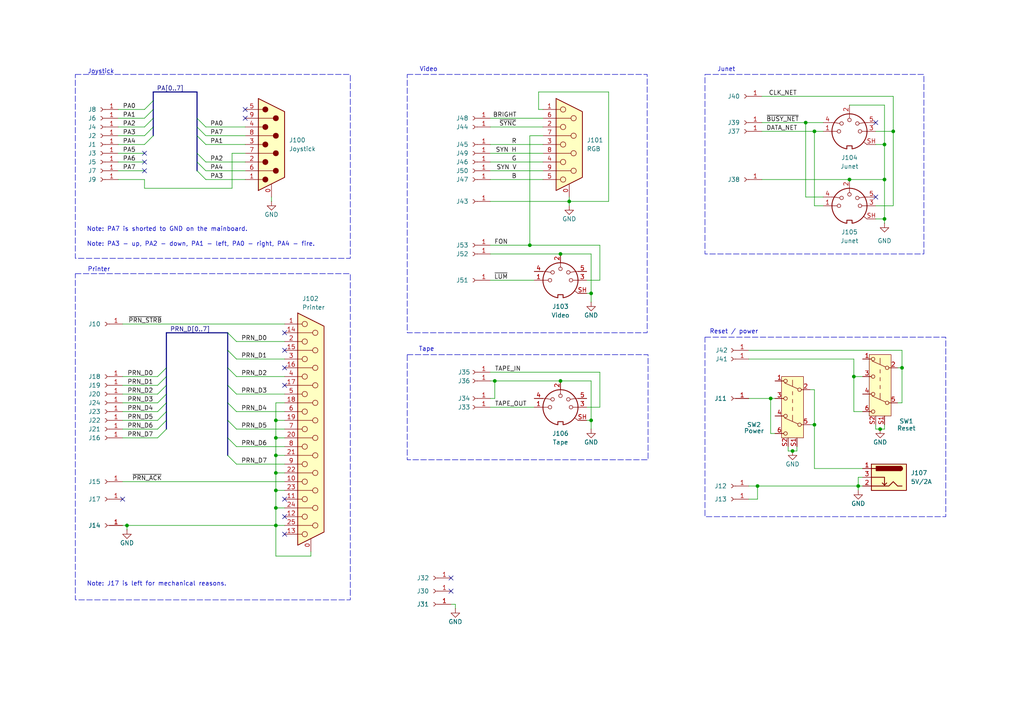
<source format=kicad_sch>
(kicad_sch (version 20250114) (generator "eeschema") (generator_version "9.0")
  (paper "A4")
  (lib_symbols
    (symbol "Connector:Barrel_Jack_Switch" (pin_names (hide yes))
      (property "Reference" "J" (at 0 5.334 0))
      (property "Value" "Barrel_Jack_Switch" (at 0 -5.08 0))
      (symbol "Barrel_Jack_Switch_0_1"
        (rectangle (start -5.08 3.81) (end 5.08 -3.81) (stroke (width 0.254)) (fill (type background)))
        (polyline (pts (xy -3.81 -2.54) (xy -2.54 -2.54) (xy -1.27 -1.27) (xy 0 -2.54) (xy 2.54 -2.54) (xy 5.08 -2.54)) (stroke (width 0.254)))
        (arc (start -3.302 1.905) (mid -3.9343 2.54) (end -3.302 3.175) (stroke (width 0.254)))
        (arc (start -3.302 1.905) (mid -3.9343 2.54) (end -3.302 3.175) (stroke (width 0.254)) (fill (type outline)))
        (polyline (pts (xy 1.27 -2.286) (xy 1.905 -1.651)) (stroke (width 0.254)))
        (rectangle (start 3.683 3.175) (end -3.302 1.905) (stroke (width 0.254)) (fill (type outline)))
        (polyline (pts (xy 5.08 2.54) (xy 3.81 2.54)) (stroke (width 0.254)))
        (polyline (pts (xy 5.08 0) (xy 1.27 0) (xy 1.27 -2.286) (xy 0.635 -1.651)) (stroke (width 0.254)))
      )
      (symbol "Barrel_Jack_Switch_1_1"
        (pin passive line (at 7.62 2.54 180) (length 2.54) (name "~") (number "1"))
        (pin passive line (at 7.62 0 180) (length 2.54) (name "~") (number "3"))
        (pin passive line (at 7.62 -2.54 180) (length 2.54) (name "~") (number "2"))
      )
    )
    (symbol "Connector:Conn_01x01_Socket" (pin_names (offset 1.016) (hide yes))
      (property "Reference" "J" (at 0 2.54 0))
      (property "Value" "Conn_01x01_Socket" (at 0 -2.54 0))
      (symbol "Conn_01x01_Socket_1_1"
        (polyline (pts (xy -1.27 0) (xy -0.508 0)) (stroke (width 0.1524)))
        (arc (start 0 -0.508) (mid -0.5058 0) (end 0 0.508) (stroke (width 0.1524)))
        (pin passive line (at -5.08 0 0) (length 3.81) (name "Pin_1") (number "1"))
      )
    )
    (symbol "Connector:DB25_Receptacle_MountingHoles" (pin_names (offset 1.016) (hide yes))
      (property "Reference" "J" (at 0 36.83 0))
      (property "Value" "DB25_Receptacle_MountingHoles" (at 0 34.925 0))
      (symbol "DB25_Receptacle_MountingHoles_0_1"
        (polyline (pts (xy -3.81 33.655) (xy 3.81 29.845) (xy 3.81 -29.845) (xy -3.81 -33.655) (xy -3.81 33.655)) (stroke (width 0.254)) (fill (type background)))
        (polyline (pts (xy -3.81 30.48) (xy -2.54 30.48)))
        (polyline (pts (xy -3.81 27.94) (xy 0.508 27.94)))
        (polyline (pts (xy -3.81 25.4) (xy -2.54 25.4)))
        (polyline (pts (xy -3.81 22.86) (xy 0.508 22.86)))
        (polyline (pts (xy -3.81 20.32) (xy -2.54 20.32)))
        (polyline (pts (xy -3.81 17.78) (xy 0.508 17.78)))
        (polyline (pts (xy -3.81 15.24) (xy -2.54 15.24)))
        (polyline (pts (xy -3.81 12.7) (xy 0.508 12.7)))
        (polyline (pts (xy -3.81 10.16) (xy -2.54 10.16)))
        (polyline (pts (xy -3.81 7.62) (xy 0.508 7.62)))
        (polyline (pts (xy -3.81 5.08) (xy -2.54 5.08)))
        (polyline (pts (xy -3.81 2.54) (xy 0.508 2.54)))
        (polyline (pts (xy -3.81 0) (xy -2.54 0)))
        (polyline (pts (xy -3.81 -2.54) (xy 0.508 -2.54)))
        (polyline (pts (xy -3.81 -5.08) (xy -2.54 -5.08)))
        (polyline (pts (xy -3.81 -7.62) (xy 0.508 -7.62)))
        (polyline (pts (xy -3.81 -10.16) (xy -2.54 -10.16)))
        (polyline (pts (xy -3.81 -12.7) (xy 0.508 -12.7)))
        (polyline (pts (xy -3.81 -15.24) (xy -2.54 -15.24)))
        (polyline (pts (xy -3.81 -17.78) (xy 0.508 -17.78)))
        (polyline (pts (xy -3.81 -20.32) (xy -2.54 -20.32)))
        (polyline (pts (xy -3.81 -22.86) (xy 0.508 -22.86)))
        (polyline (pts (xy -3.81 -25.4) (xy -2.54 -25.4)))
        (polyline (pts (xy -3.81 -27.94) (xy 0.508 -27.94)))
        (polyline (pts (xy -3.81 -30.48) (xy -2.54 -30.48)))
        (circle (center -1.778 30.48) (radius 0.762))
        (circle (center -1.778 25.4) (radius 0.762))
        (circle (center -1.778 20.32) (radius 0.762))
        (circle (center -1.778 15.24) (radius 0.762))
        (circle (center -1.778 10.16) (radius 0.762))
        (circle (center -1.778 5.08) (radius 0.762))
        (circle (center -1.778 0) (radius 0.762))
        (circle (center -1.778 -5.08) (radius 0.762))
        (circle (center -1.778 -10.16) (radius 0.762))
        (circle (center -1.778 -15.24) (radius 0.762))
        (circle (center -1.778 -20.32) (radius 0.762))
        (circle (center -1.778 -25.4) (radius 0.762))
        (circle (center -1.778 -30.48) (radius 0.762))
        (circle (center 1.27 27.94) (radius 0.762))
        (circle (center 1.27 22.86) (radius 0.762))
        (circle (center 1.27 17.78) (radius 0.762))
        (circle (center 1.27 12.7) (radius 0.762))
        (circle (center 1.27 7.62) (radius 0.762))
        (circle (center 1.27 2.54) (radius 0.762))
        (circle (center 1.27 -2.54) (radius 0.762))
        (circle (center 1.27 -7.62) (radius 0.762))
        (circle (center 1.27 -12.7) (radius 0.762))
        (circle (center 1.27 -17.78) (radius 0.762))
        (circle (center 1.27 -22.86) (radius 0.762))
        (circle (center 1.27 -27.94) (radius 0.762))
      )
      (symbol "DB25_Receptacle_MountingHoles_1_1"
        (pin passive line (at -7.62 30.48 0) (length 3.81) (name "1") (number "1"))
        (pin passive line (at -7.62 27.94 0) (length 3.81) (name "P14") (number "14"))
        (pin passive line (at -7.62 25.4 0) (length 3.81) (name "2") (number "2"))
        (pin passive line (at -7.62 22.86 0) (length 3.81) (name "P15") (number "15"))
        (pin passive line (at -7.62 20.32 0) (length 3.81) (name "3") (number "3"))
        (pin passive line (at -7.62 17.78 0) (length 3.81) (name "P16") (number "16"))
        (pin passive line (at -7.62 15.24 0) (length 3.81) (name "4") (number "4"))
        (pin passive line (at -7.62 12.7 0) (length 3.81) (name "P17") (number "17"))
        (pin passive line (at -7.62 10.16 0) (length 3.81) (name "5") (number "5"))
        (pin passive line (at -7.62 7.62 0) (length 3.81) (name "P18") (number "18"))
        (pin passive line (at -7.62 5.08 0) (length 3.81) (name "6") (number "6"))
        (pin passive line (at -7.62 2.54 0) (length 3.81) (name "P19") (number "19"))
        (pin passive line (at -7.62 0 0) (length 3.81) (name "7") (number "7"))
        (pin passive line (at -7.62 -2.54 0) (length 3.81) (name "P20") (number "20"))
        (pin passive line (at -7.62 -5.08 0) (length 3.81) (name "8") (number "8"))
        (pin passive line (at -7.62 -7.62 0) (length 3.81) (name "P21") (number "21"))
        (pin passive line (at -7.62 -10.16 0) (length 3.81) (name "9") (number "9"))
        (pin passive line (at -7.62 -12.7 0) (length 3.81) (name "P22") (number "22"))
        (pin passive line (at -7.62 -15.24 0) (length 3.81) (name "10") (number "10"))
        (pin passive line (at -7.62 -17.78 0) (length 3.81) (name "P23") (number "23"))
        (pin passive line (at -7.62 -20.32 0) (length 3.81) (name "11") (number "11"))
        (pin passive line (at -7.62 -22.86 0) (length 3.81) (name "P24") (number "24"))
        (pin passive line (at -7.62 -25.4 0) (length 3.81) (name "12") (number "12"))
        (pin passive line (at -7.62 -27.94 0) (length 3.81) (name "P25") (number "25"))
        (pin passive line (at -7.62 -30.48 0) (length 3.81) (name "13") (number "13"))
        (pin passive line (at 0 -35.56 90) (length 3.81) (name "PAD") (number "0"))
      )
    )
    (symbol "Connector:DE9_Plug_MountingHoles" (pin_names (offset 1.016) (hide yes))
      (property "Reference" "J" (at 0 16.51 0))
      (property "Value" "DE9_Plug_MountingHoles" (at 0 14.605 0))
      (symbol "DE9_Plug_MountingHoles_0_1"
        (polyline (pts (xy -3.81 10.16) (xy -2.54 10.16)))
        (polyline (pts (xy -3.81 7.62) (xy 0.508 7.62)))
        (polyline (pts (xy -3.81 5.08) (xy -2.54 5.08)))
        (polyline (pts (xy -3.81 2.54) (xy 0.508 2.54)))
        (polyline (pts (xy -3.81 0) (xy -2.54 0)))
        (polyline (pts (xy -3.81 -2.54) (xy 0.508 -2.54)))
        (polyline (pts (xy -3.81 -5.08) (xy -2.54 -5.08)))
        (polyline (pts (xy -3.81 -7.62) (xy 0.508 -7.62)))
        (polyline (pts (xy -3.81 -10.16) (xy -2.54 -10.16)))
        (polyline (pts (xy -3.81 -13.335) (xy -3.81 13.335) (xy 3.81 9.525) (xy 3.81 -9.525) (xy -3.81 -13.335)) (stroke (width 0.254)) (fill (type background)))
        (circle (center -1.778 10.16) (radius 0.762) (fill (type outline)))
        (circle (center -1.778 5.08) (radius 0.762) (fill (type outline)))
        (circle (center -1.778 0) (radius 0.762) (fill (type outline)))
        (circle (center -1.778 -5.08) (radius 0.762) (fill (type outline)))
        (circle (center -1.778 -10.16) (radius 0.762) (fill (type outline)))
        (circle (center 1.27 7.62) (radius 0.762) (fill (type outline)))
        (circle (center 1.27 2.54) (radius 0.762) (fill (type outline)))
        (circle (center 1.27 -2.54) (radius 0.762) (fill (type outline)))
        (circle (center 1.27 -7.62) (radius 0.762) (fill (type outline)))
      )
      (symbol "DE9_Plug_MountingHoles_1_1"
        (pin passive line (at -7.62 10.16 0) (length 3.81) (name "5") (number "5"))
        (pin passive line (at -7.62 7.62 0) (length 3.81) (name "9") (number "9"))
        (pin passive line (at -7.62 5.08 0) (length 3.81) (name "4") (number "4"))
        (pin passive line (at -7.62 2.54 0) (length 3.81) (name "8") (number "8"))
        (pin passive line (at -7.62 0 0) (length 3.81) (name "3") (number "3"))
        (pin passive line (at -7.62 -2.54 0) (length 3.81) (name "7") (number "7"))
        (pin passive line (at -7.62 -5.08 0) (length 3.81) (name "2") (number "2"))
        (pin passive line (at -7.62 -7.62 0) (length 3.81) (name "6") (number "6"))
        (pin passive line (at -7.62 -10.16 0) (length 3.81) (name "1") (number "1"))
        (pin passive line (at 0 -15.24 90) (length 3.81) (name "PAD") (number "0"))
      )
    )
    (symbol "Connector:DE9_Receptacle_MountingHoles" (pin_names (offset 1.016) (hide yes))
      (property "Reference" "J" (at 0 16.51 0))
      (property "Value" "DE9_Receptacle_MountingHoles" (at 0 14.605 0))
      (symbol "DE9_Receptacle_MountingHoles_0_1"
        (polyline (pts (xy -3.81 13.335) (xy -3.81 -13.335) (xy 3.81 -9.525) (xy 3.81 9.525) (xy -3.81 13.335)) (stroke (width 0.254)) (fill (type background)))
        (polyline (pts (xy -3.81 10.16) (xy -2.54 10.16)))
        (polyline (pts (xy -3.81 7.62) (xy 0.508 7.62)))
        (polyline (pts (xy -3.81 5.08) (xy -2.54 5.08)))
        (polyline (pts (xy -3.81 2.54) (xy 0.508 2.54)))
        (polyline (pts (xy -3.81 0) (xy -2.54 0)))
        (polyline (pts (xy -3.81 -2.54) (xy 0.508 -2.54)))
        (polyline (pts (xy -3.81 -5.08) (xy -2.54 -5.08)))
        (polyline (pts (xy -3.81 -7.62) (xy 0.508 -7.62)))
        (polyline (pts (xy -3.81 -10.16) (xy -2.54 -10.16)))
        (circle (center -1.778 10.16) (radius 0.762))
        (circle (center -1.778 5.08) (radius 0.762))
        (circle (center -1.778 0) (radius 0.762))
        (circle (center -1.778 -5.08) (radius 0.762))
        (circle (center -1.778 -10.16) (radius 0.762))
        (circle (center 1.27 7.62) (radius 0.762))
        (circle (center 1.27 2.54) (radius 0.762))
        (circle (center 1.27 -2.54) (radius 0.762))
        (circle (center 1.27 -7.62) (radius 0.762))
      )
      (symbol "DE9_Receptacle_MountingHoles_1_1"
        (pin passive line (at -7.62 10.16 0) (length 3.81) (name "1") (number "1"))
        (pin passive line (at -7.62 7.62 0) (length 3.81) (name "6") (number "6"))
        (pin passive line (at -7.62 5.08 0) (length 3.81) (name "2") (number "2"))
        (pin passive line (at -7.62 2.54 0) (length 3.81) (name "7") (number "7"))
        (pin passive line (at -7.62 0 0) (length 3.81) (name "3") (number "3"))
        (pin passive line (at -7.62 -2.54 0) (length 3.81) (name "8") (number "8"))
        (pin passive line (at -7.62 -5.08 0) (length 3.81) (name "4") (number "4"))
        (pin passive line (at -7.62 -7.62 0) (length 3.81) (name "9") (number "9"))
        (pin passive line (at -7.62 -10.16 0) (length 3.81) (name "5") (number "5"))
        (pin passive line (at 0 -15.24 90) (length 3.81) (name "PAD") (number "0"))
      )
    )
    (symbol "ports_pcb:DIN-5" (pin_names (offset 1.016))
      (property "Reference" "J" (at 3.175 5.715 0))
      (property "Value" "DIN-5" (at 0 -6.35 0))
      (symbol "DIN-5_0_1"
        (polyline (pts (xy -5.08 2.54) (xy -4.318 2.54) (xy -2.794 2.286)))
        (polyline (pts (xy -5.08 0) (xy -3.556 0)))
        (circle (center -3.048 0) (radius 0.508))
        (circle (center -2.286 2.286) (radius 0.508))
        (polyline (pts (xy -0.762 -4.953) (xy -0.762 -4.191) (xy 0.762 -4.191) (xy 0.762 -4.953)) (stroke (width 0.254)))
        (arc (start 5.08 0) (mid 3.8673 -3.3444) (end 0.762 -5.08) (stroke (width 0.254)))
        (polyline (pts (xy 0 5.08) (xy 0 3.81)))
        (circle (center 0 3.302) (radius 0.508))
        (arc (start -5.08 0) (mid 0 5.0579) (end 5.08 0) (stroke (width 0.254)))
        (arc (start -0.762 -5.08) (mid -3.8597 -3.3379) (end -5.08 0) (stroke (width 0.254)))
        (circle (center 2.286 2.286) (radius 0.508))
        (circle (center 3.048 0) (radius 0.508))
        (polyline (pts (xy 5.08 2.54) (xy 4.318 2.54) (xy 2.794 2.286)))
        (polyline (pts (xy 5.08 0) (xy 3.556 0)))
        (polyline (pts (xy 5.08 -3.81) (xy 4.064 -3.048)))
      )
      (symbol "DIN-5_1_1"
        (pin passive line (at -7.62 2.54 0) (length 2.54) (name "~") (number "4"))
        (pin passive line (at -7.62 0 0) (length 2.54) (name "~") (number "1"))
        (pin passive line (at 0 7.62 270) (length 2.54) (name "~") (number "2"))
        (pin passive line (at 7.62 2.54 180) (length 2.54) (name "~") (number "5"))
        (pin passive line (at 7.62 0 180) (length 2.54) (name "~") (number "3"))
        (pin passive line (at 7.62 -3.81 180) (length 2.54) (name "~") (number "SH"))
      )
    )
    (symbol "ports_pcb:SW_Push_DPDT" (pin_names (offset 0) (hide yes))
      (property "Reference" "SW" (at 0 10.16 0))
      (property "Value" "SW_Push_DPDT" (at 11.43 -10.414 0))
      (symbol "SW_Push_DPDT_0_0"
        (circle (center -2.032 5.08) (radius 0.508))
        (circle (center -2.032 -5.08) (radius 0.508))
        (circle (center 2.032 2.54) (radius 0.508))
        (circle (center 2.032 -7.62) (radius 0.508))
      )
      (symbol "SW_Push_DPDT_0_1"
        (polyline (pts (xy -1.524 5.334) (xy 2.3368 7.0612)))
        (polyline (pts (xy -1.524 -4.826) (xy 2.3368 -3.0988)))
        (polyline (pts (xy 0 7.874) (xy 0 6.096)))
        (polyline (pts (xy 0 3.556) (xy 0 4.572)))
        (polyline (pts (xy 0 1.27) (xy 0 2.286)))
        (polyline (pts (xy 0 -1.016) (xy 0 0)))
        (polyline (pts (xy 0 -2.286) (xy 0 -4.064)))
        (circle (center 2.032 7.62) (radius 0.508))
        (circle (center 2.032 -2.54) (radius 0.508))
      )
      (symbol "SW_Push_DPDT_1_1"
        (rectangle (start -3.175 8.89) (end 3.175 -8.89) (fill (type background)))
        (pin passive line (at -5.08 5.08 0) (length 2.54) (name "B") (number "2"))
        (pin passive line (at -5.08 -5.08 0) (length 2.54) (name "B") (number "5"))
        (pin passive line (at -1.27 -11.43 90) (length 2.54) (name "S1") (number "S1"))
        (pin passive line (at 1.27 -11.43 90) (length 2.54) (name "S2") (number "S2"))
        (pin passive line (at 5.08 7.62 180) (length 2.54) (name "A") (number "1"))
        (pin passive line (at 5.08 2.54 180) (length 2.54) (name "C") (number "3"))
        (pin passive line (at 5.08 -2.54 180) (length 2.54) (name "A") (number "4"))
        (pin passive line (at 5.08 -7.62 180) (length 2.54) (name "C") (number "6"))
      )
    )
    (symbol "power:GND" (power) (pin_numbers (hide yes)) (pin_names (offset 0) (hide yes))
      (property "Value" "GND" (at 0 -3.81 0))
      (symbol "GND_0_1"
        (polyline (pts (xy 0 0) (xy 0 -1.27) (xy 1.27 -1.27) (xy 0 -2.54) (xy -1.27 -1.27) (xy 0 -1.27)))
      )
      (symbol "GND_1_1"
        (pin power_in line (at 0 0 270) (length 0) (name "~") (number "1"))
      )
    )
  )
  (rectangle (start 21.844 21.59) (end 101.6 74.93) (stroke (width 0) (type dash)))
  (rectangle (start 204.47 97.79) (end 274.32 149.86) (stroke (width 0) (type dash)))
  (rectangle (start 21.844 79.375) (end 101.6 173.99) (stroke (width 0) (type dash)))
  (rectangle (start 118.11 102.87) (end 187.96 133.35) (stroke (width 0) (type dash)))
  (rectangle (start 204.47 21.59) (end 267.97 73.66) (stroke (width 0) (type dash)))
  (rectangle (start 118.11 21.59) (end 187.706 96.52) (stroke (width 0) (type dash)))
  (text "Printer" (at 25.4 78.232 0) (effects (font (size 1.27 1.27)) (justify left)))
  (text "Note: PA3 - up, PA2 - down, PA1 - left, PA0 - right, PA4 - fire." (at 25.146 70.866 0) (effects (font (size 1.27 1.27)) (justify left)))
  (text "Tape" (at 125.984 101.346 0) (effects (font (size 1.27 1.27)) (justify right)))
  (text "Junet" (at 208.026 20.193 0) (effects (font (size 1.27 1.27)) (justify left)))
  (text "Video" (at 121.666 20.193 0) (effects (font (size 1.27 1.27)) (justify left)))
  (text "Note: J17 is left for mechanical reasons." (at 25.146 169.418 0) (effects (font (size 1.27 1.27)) (justify left)))
  (text "Reset / power" (at 219.964 96.266 0) (effects (font (size 1.27 1.27)) (justify right)))
  (text "Note: PA7 is shorted to GND on the mainboard." (at 25.146 66.548 0) (effects (font (size 1.27 1.27)) (justify left)))
  (text "Joystick" (at 25.4 20.828 0) (effects (font (size 1.27 1.27)) (justify left)))
  (junction (at 165.1 58.42))
  (junction (at 233.68 35.56))
  (junction (at 36.83 152.4))
  (junction (at 236.22 38.1))
  (junction (at 248.92 140.97))
  (junction (at 261.62 106.68))
  (junction (at 171.45 85.09))
  (junction (at 153.67 71.12))
  (junction (at 143.51 110.49))
  (junction (at 80.01 147.32))
  (junction (at 247.65 109.22))
  (junction (at 256.54 41.91))
  (junction (at 236.22 123.19))
  (junction (at 255.27 124.46))
  (junction (at 80.01 132.08))
  (junction (at 229.87 130.81))
  (junction (at 80.01 137.16))
  (junction (at 259.08 38.1))
  (junction (at 162.56 73.66))
  (junction (at 256.54 63.5))
  (junction (at 80.01 127))
  (junction (at 223.52 115.57))
  (junction (at 256.54 52.07))
  (junction (at 171.45 121.92))
  (junction (at 246.38 52.07))
  (junction (at 80.01 121.92))
  (junction (at 219.71 140.97))
  (junction (at 80.01 152.4))
  (junction (at 80.01 142.24))
  (junction (at 162.56 110.49))
  (no_connect (at 130.81 167.64))
  (no_connect (at 41.91 46.99))
  (no_connect (at 41.91 44.45))
  (no_connect (at 41.91 49.53))
  (no_connect (at 71.12 34.29))
  (no_connect (at 82.55 144.78))
  (no_connect (at 82.55 154.94))
  (no_connect (at 71.12 31.75))
  (no_connect (at 82.55 111.76))
  (no_connect (at 35.56 144.78))
  (no_connect (at 82.55 106.68))
  (no_connect (at 254 35.56))
  (no_connect (at 130.81 171.45))
  (no_connect (at 82.55 96.52))
  (no_connect (at 82.55 149.86))
  (no_connect (at 254 57.15))
  (no_connect (at 82.55 101.6))
  (bus_entry (at 57.15 49.53) (size 2.54 2.54))
  (bus_entry (at 68.58 124.46) (size -2.54 -2.54))
  (bus_entry (at 57.15 39.37) (size 2.54 2.54))
  (bus_entry (at 57.15 34.29) (size 2.54 2.54))
  (bus_entry (at 68.58 109.22) (size -2.54 -2.54))
  (bus_entry (at 45.72 119.38) (size 2.54 -2.54))
  (bus_entry (at 45.72 111.76) (size 2.54 -2.54))
  (bus_entry (at 57.15 46.99) (size 2.54 2.54))
  (bus_entry (at 45.72 127) (size 2.54 -2.54))
  (bus_entry (at 44.45 29.21) (size -2.54 2.54))
  (bus_entry (at 44.45 34.29) (size -2.54 2.54))
  (bus_entry (at 68.58 119.38) (size -2.54 -2.54))
  (bus_entry (at 45.72 109.22) (size 2.54 -2.54))
  (bus_entry (at 45.72 116.84) (size 2.54 -2.54))
  (bus_entry (at 68.58 134.62) (size -2.54 -2.54))
  (bus_entry (at 45.72 114.3) (size 2.54 -2.54))
  (bus_entry (at 57.15 44.45) (size 2.54 2.54))
  (bus_entry (at 44.45 36.83) (size -2.54 2.54))
  (bus_entry (at 44.45 39.37) (size -2.54 2.54))
  (bus_entry (at 45.72 121.92) (size 2.54 -2.54))
  (bus_entry (at 68.58 129.54) (size -2.54 -2.54))
  (bus_entry (at 68.58 114.3) (size -2.54 -2.54))
  (bus_entry (at 66.04 96.52) (size 2.54 2.54))
  (bus_entry (at 66.04 101.6) (size 2.54 2.54))
  (bus_entry (at 44.45 31.75) (size -2.54 2.54))
  (bus_entry (at 45.72 124.46) (size 2.54 -2.54))
  (bus_entry (at 57.15 36.83) (size 2.54 2.54))
  (bus (pts (xy 66.04 127) (xy 66.04 132.08)))
  (wire (pts (xy 80.01 121.92) (xy 82.55 121.92)))
  (wire (pts (xy 217.17 104.14) (xy 247.65 104.14)))
  (wire (pts (xy 157.48 39.37) (xy 153.67 39.37)))
  (wire (pts (xy 171.45 85.09) (xy 171.45 87.63)))
  (wire (pts (xy 59.69 49.53) (xy 71.12 49.53)))
  (bus (pts (xy 48.26 96.52) (xy 66.04 96.52)))
  (wire (pts (xy 80.01 161.29) (xy 90.17 161.29)))
  (wire (pts (xy 68.58 119.38) (xy 82.55 119.38)))
  (wire (pts (xy 142.24 118.11) (xy 154.94 118.11)))
  (wire (pts (xy 261.62 106.68) (xy 261.62 101.6)))
  (wire (pts (xy 34.29 52.07) (xy 41.91 52.07)))
  (wire (pts (xy 220.98 27.94) (xy 259.08 27.94)))
  (wire (pts (xy 247.65 109.22) (xy 250.19 109.22)))
  (wire (pts (xy 41.91 31.75) (xy 34.29 31.75)))
  (wire (pts (xy 45.72 121.92) (xy 35.56 121.92)))
  (wire (pts (xy 236.22 113.03) (xy 236.22 123.19)))
  (bus (pts (xy 44.45 26.67) (xy 44.45 29.21)))
  (wire (pts (xy 67.31 44.45) (xy 71.12 44.45)))
  (bus (pts (xy 48.26 114.3) (xy 48.26 111.76)))
  (wire (pts (xy 254 63.5) (xy 256.54 63.5)))
  (wire (pts (xy 45.72 116.84) (xy 35.56 116.84)))
  (wire (pts (xy 35.56 93.98) (xy 82.55 93.98)))
  (wire (pts (xy 233.68 35.56) (xy 233.68 57.15)))
  (wire (pts (xy 260.35 116.84) (xy 261.62 116.84)))
  (wire (pts (xy 45.72 127) (xy 35.56 127)))
  (wire (pts (xy 132.08 175.26) (xy 130.81 175.26)))
  (wire (pts (xy 41.91 36.83) (xy 34.29 36.83)))
  (wire (pts (xy 68.58 109.22) (xy 82.55 109.22)))
  (wire (pts (xy 223.52 115.57) (xy 224.79 115.57)))
  (wire (pts (xy 256.54 52.07) (xy 256.54 41.91)))
  (bus (pts (xy 66.04 121.92) (xy 66.04 127)))
  (bus (pts (xy 48.26 116.84) (xy 48.26 114.3)))
  (wire (pts (xy 132.08 176.53) (xy 132.08 175.26)))
  (wire (pts (xy 80.01 147.32) (xy 80.01 152.4)))
  (wire (pts (xy 217.17 140.97) (xy 219.71 140.97)))
  (wire (pts (xy 171.45 121.92) (xy 171.45 110.49)))
  (wire (pts (xy 41.91 39.37) (xy 34.29 39.37)))
  (wire (pts (xy 171.45 85.09) (xy 171.45 73.66)))
  (wire (pts (xy 35.56 152.4) (xy 36.83 152.4)))
  (wire (pts (xy 80.01 142.24) (xy 82.55 142.24)))
  (bus (pts (xy 66.04 106.68) (xy 66.04 111.76)))
  (wire (pts (xy 153.67 39.37) (xy 153.67 71.12)))
  (wire (pts (xy 142.24 110.49) (xy 143.51 110.49)))
  (wire (pts (xy 157.48 46.99) (xy 142.24 46.99)))
  (bus (pts (xy 48.26 119.38) (xy 48.26 116.84)))
  (wire (pts (xy 233.68 57.15) (xy 238.76 57.15)))
  (wire (pts (xy 217.17 115.57) (xy 223.52 115.57)))
  (bus (pts (xy 57.15 26.67) (xy 57.15 34.29)))
  (wire (pts (xy 142.24 81.28) (xy 154.94 81.28)))
  (wire (pts (xy 80.01 147.32) (xy 82.55 147.32)))
  (wire (pts (xy 248.92 138.43) (xy 248.92 140.97)))
  (wire (pts (xy 259.08 38.1) (xy 254 38.1)))
  (wire (pts (xy 261.62 116.84) (xy 261.62 106.68)))
  (wire (pts (xy 41.91 54.61) (xy 41.91 52.07)))
  (wire (pts (xy 256.54 123.19) (xy 256.54 124.46)))
  (bus (pts (xy 44.45 34.29) (xy 44.45 36.83)))
  (wire (pts (xy 231.14 129.54) (xy 231.14 130.81)))
  (wire (pts (xy 165.1 58.42) (xy 142.24 58.42)))
  (bus (pts (xy 57.15 46.99) (xy 57.15 49.53)))
  (wire (pts (xy 247.65 104.14) (xy 247.65 109.22)))
  (bus (pts (xy 48.26 111.76) (xy 48.26 109.22)))
  (wire (pts (xy 142.24 115.57) (xy 143.51 115.57)))
  (wire (pts (xy 236.22 38.1) (xy 238.76 38.1)))
  (wire (pts (xy 78.74 57.15) (xy 78.74 58.42)))
  (wire (pts (xy 82.55 116.84) (xy 80.01 116.84)))
  (wire (pts (xy 255.27 124.46) (xy 256.54 124.46)))
  (wire (pts (xy 171.45 121.92) (xy 170.18 121.92)))
  (wire (pts (xy 59.69 52.07) (xy 71.12 52.07)))
  (wire (pts (xy 236.22 38.1) (xy 220.98 38.1)))
  (wire (pts (xy 80.01 132.08) (xy 80.01 137.16)))
  (wire (pts (xy 59.69 46.99) (xy 71.12 46.99)))
  (wire (pts (xy 68.58 129.54) (xy 82.55 129.54)))
  (wire (pts (xy 254 123.19) (xy 254 124.46)))
  (wire (pts (xy 142.24 71.12) (xy 153.67 71.12)))
  (wire (pts (xy 247.65 119.38) (xy 247.65 109.22)))
  (wire (pts (xy 220.98 35.56) (xy 233.68 35.56)))
  (bus (pts (xy 48.26 121.92) (xy 48.26 119.38)))
  (wire (pts (xy 238.76 59.69) (xy 236.22 59.69)))
  (wire (pts (xy 157.48 44.45) (xy 142.24 44.45)))
  (wire (pts (xy 45.72 114.3) (xy 35.56 114.3)))
  (wire (pts (xy 234.95 123.19) (xy 236.22 123.19)))
  (wire (pts (xy 59.69 39.37) (xy 71.12 39.37)))
  (wire (pts (xy 80.01 142.24) (xy 80.01 147.32)))
  (wire (pts (xy 254 124.46) (xy 255.27 124.46)))
  (wire (pts (xy 228.6 129.54) (xy 228.6 130.81)))
  (wire (pts (xy 259.08 59.69) (xy 259.08 38.1)))
  (wire (pts (xy 217.17 144.78) (xy 219.71 144.78)))
  (wire (pts (xy 256.54 41.91) (xy 254 41.91)))
  (wire (pts (xy 68.58 104.14) (xy 82.55 104.14)))
  (bus (pts (xy 44.45 36.83) (xy 44.45 39.37)))
  (bus (pts (xy 57.15 36.83) (xy 57.15 39.37)))
  (bus (pts (xy 57.15 39.37) (xy 57.15 44.45)))
  (bus (pts (xy 57.15 34.29) (xy 57.15 36.83)))
  (wire (pts (xy 170.18 81.28) (xy 173.99 81.28)))
  (wire (pts (xy 157.48 49.53) (xy 142.24 49.53)))
  (bus (pts (xy 66.04 111.76) (xy 66.04 116.84)))
  (wire (pts (xy 236.22 59.69) (xy 236.22 38.1)))
  (wire (pts (xy 67.31 54.61) (xy 67.31 44.45)))
  (wire (pts (xy 261.62 106.68) (xy 260.35 106.68)))
  (wire (pts (xy 153.67 71.12) (xy 173.99 71.12)))
  (wire (pts (xy 45.72 111.76) (xy 35.56 111.76)))
  (wire (pts (xy 236.22 123.19) (xy 236.22 135.89)))
  (wire (pts (xy 41.91 34.29) (xy 34.29 34.29)))
  (wire (pts (xy 157.48 36.83) (xy 142.24 36.83)))
  (wire (pts (xy 250.19 138.43) (xy 248.92 138.43)))
  (wire (pts (xy 80.01 127) (xy 82.55 127)))
  (wire (pts (xy 256.54 63.5) (xy 256.54 52.07)))
  (wire (pts (xy 217.17 101.6) (xy 261.62 101.6)))
  (wire (pts (xy 157.48 52.07) (xy 142.24 52.07)))
  (wire (pts (xy 233.68 35.56) (xy 238.76 35.56)))
  (wire (pts (xy 171.45 85.09) (xy 170.18 85.09)))
  (bus (pts (xy 66.04 101.6) (xy 66.04 106.68)))
  (wire (pts (xy 68.58 124.46) (xy 82.55 124.46)))
  (wire (pts (xy 143.51 110.49) (xy 143.51 115.57)))
  (wire (pts (xy 142.24 107.95) (xy 173.99 107.95)))
  (bus (pts (xy 48.26 106.68) (xy 48.26 96.52)))
  (wire (pts (xy 246.38 52.07) (xy 256.54 52.07)))
  (wire (pts (xy 59.69 41.91) (xy 71.12 41.91)))
  (wire (pts (xy 173.99 118.11) (xy 173.99 107.95)))
  (wire (pts (xy 250.19 119.38) (xy 247.65 119.38)))
  (bus (pts (xy 66.04 96.52) (xy 66.04 101.6)))
  (wire (pts (xy 173.99 81.28) (xy 173.99 71.12)))
  (wire (pts (xy 41.91 49.53) (xy 34.29 49.53)))
  (wire (pts (xy 41.91 54.61) (xy 67.31 54.61)))
  (wire (pts (xy 219.71 144.78) (xy 219.71 140.97)))
  (wire (pts (xy 156.21 26.67) (xy 156.21 31.75)))
  (wire (pts (xy 156.21 26.67) (xy 176.53 26.67)))
  (wire (pts (xy 80.01 116.84) (xy 80.01 121.92)))
  (wire (pts (xy 142.24 73.66) (xy 162.56 73.66)))
  (wire (pts (xy 157.48 34.29) (xy 142.24 34.29)))
  (wire (pts (xy 157.48 41.91) (xy 142.24 41.91)))
  (wire (pts (xy 254 59.69) (xy 259.08 59.69)))
  (wire (pts (xy 80.01 132.08) (xy 82.55 132.08)))
  (wire (pts (xy 45.72 124.46) (xy 35.56 124.46)))
  (wire (pts (xy 171.45 121.92) (xy 171.45 124.46)))
  (wire (pts (xy 228.6 130.81) (xy 229.87 130.81)))
  (wire (pts (xy 259.08 38.1) (xy 259.08 27.94)))
  (wire (pts (xy 59.69 36.83) (xy 71.12 36.83)))
  (wire (pts (xy 80.01 152.4) (xy 80.01 161.29)))
  (wire (pts (xy 229.87 130.81) (xy 231.14 130.81)))
  (wire (pts (xy 90.17 161.29) (xy 90.17 160.02)))
  (wire (pts (xy 165.1 59.69) (xy 165.1 58.42)))
  (wire (pts (xy 36.83 152.4) (xy 36.83 153.67)))
  (wire (pts (xy 220.98 52.07) (xy 246.38 52.07)))
  (bus (pts (xy 44.45 31.75) (xy 44.45 34.29)))
  (wire (pts (xy 80.01 121.92) (xy 80.01 127)))
  (wire (pts (xy 143.51 110.49) (xy 162.56 110.49)))
  (wire (pts (xy 219.71 140.97) (xy 248.92 140.97)))
  (wire (pts (xy 45.72 119.38) (xy 35.56 119.38)))
  (bus (pts (xy 48.26 124.46) (xy 48.26 121.92)))
  (wire (pts (xy 80.01 152.4) (xy 82.55 152.4)))
  (wire (pts (xy 223.52 125.73) (xy 223.52 115.57)))
  (wire (pts (xy 248.92 140.97) (xy 248.92 142.24)))
  (wire (pts (xy 236.22 135.89) (xy 250.19 135.89)))
  (wire (pts (xy 80.01 127) (xy 80.01 132.08)))
  (wire (pts (xy 35.56 139.7) (xy 82.55 139.7)))
  (wire (pts (xy 41.91 44.45) (xy 34.29 44.45)))
  (wire (pts (xy 256.54 41.91) (xy 256.54 30.48)))
  (wire (pts (xy 224.79 125.73) (xy 223.52 125.73)))
  (wire (pts (xy 165.1 57.15) (xy 165.1 58.42)))
  (wire (pts (xy 45.72 109.22) (xy 35.56 109.22)))
  (bus (pts (xy 44.45 26.67) (xy 57.15 26.67)))
  (wire (pts (xy 165.1 58.42) (xy 176.53 58.42)))
  (wire (pts (xy 171.45 110.49) (xy 162.56 110.49)))
  (wire (pts (xy 68.58 99.06) (xy 82.55 99.06)))
  (wire (pts (xy 256.54 30.48) (xy 246.38 30.48)))
  (wire (pts (xy 68.58 134.62) (xy 82.55 134.62)))
  (wire (pts (xy 156.21 31.75) (xy 157.48 31.75)))
  (bus (pts (xy 48.26 109.22) (xy 48.26 106.68)))
  (bus (pts (xy 44.45 29.21) (xy 44.45 31.75)))
  (wire (pts (xy 171.45 73.66) (xy 162.56 73.66)))
  (wire (pts (xy 68.58 114.3) (xy 82.55 114.3)))
  (wire (pts (xy 234.95 113.03) (xy 236.22 113.03)))
  (wire (pts (xy 80.01 152.4) (xy 36.83 152.4)))
  (bus (pts (xy 57.15 44.45) (xy 57.15 46.99)))
  (wire (pts (xy 248.92 140.97) (xy 250.19 140.97)))
  (bus (pts (xy 66.04 116.84) (xy 66.04 121.92)))
  (wire (pts (xy 41.91 46.99) (xy 34.29 46.99)))
  (wire (pts (xy 256.54 63.5) (xy 256.54 64.77)))
  (wire (pts (xy 41.91 41.91) (xy 34.29 41.91)))
  (wire (pts (xy 80.01 137.16) (xy 82.55 137.16)))
  (wire (pts (xy 176.53 58.42) (xy 176.53 26.67)))
  (wire (pts (xy 170.18 118.11) (xy 173.99 118.11)))
  (wire (pts (xy 80.01 137.16) (xy 80.01 142.24)))
  (label "CLK_NET" (at 231.14 27.94 180))
  (label "PA7" (at 60.96 39.37 0))
  (label "PA1" (at 60.96 41.91 0))
  (label "PRN_D2" (at 44.45 114.3 180))
  (label "PRN_D2" (at 77.47 109.22 180))
  (label "PRN_D4" (at 44.45 119.38 180))
  (label "R" (at 149.86 41.91 180))
  (label "~{BUSY_NET}" (at 222.25 35.56 0))
  (label "PA5" (at 39.37 44.45 180))
  (label "~{PRN_STRB}" (at 46.99 93.98 180))
  (label "PRN_D6" (at 77.47 129.54 180))
  (label "PRN_D6" (at 44.45 124.46 180))
  (label "PA0" (at 39.37 31.75 180))
  (label "TAPE_OUT" (at 143.51 118.11 0))
  (label "~{SYNC}" (at 149.86 36.83 180))
  (label "PRN_D0" (at 44.45 109.22 180))
  (label "G" (at 149.86 46.99 180))
  (label "PA2" (at 60.96 46.99 0))
  (label "PRN_D3" (at 77.47 114.3 180))
  (label "PRN_D5" (at 77.47 124.46 180))
  (label "PA6" (at 39.37 46.99 180))
  (label "PRN_D7" (at 77.47 134.62 180))
  (label "SYN V" (at 149.86 49.53 180))
  (label "PA[0..7]" (at 53.34 26.67 180))
  (label "PA2" (at 39.37 36.83 180))
  (label "PA3" (at 39.37 39.37 180))
  (label "PA4" (at 39.37 41.91 180))
  (label "TAPE_IN" (at 143.51 107.95 0))
  (label "SYN H" (at 149.86 44.45 180))
  (label "PRN_D1" (at 77.47 104.14 180))
  (label "PRN_D[0..7]" (at 60.96 96.52 180))
  (label "PA7" (at 39.37 49.53 180))
  (label "B" (at 149.86 52.07 180))
  (label "PRN_D7" (at 44.45 127 180))
  (label "~{LUM}" (at 147.32 81.28 180))
  (label "FON" (at 147.32 71.12 180))
  (label "PRN_D4" (at 77.47 119.38 180))
  (label "PRN_D0" (at 77.47 99.06 180))
  (label "PA4" (at 60.96 49.53 0))
  (label "PA3" (at 60.96 52.07 0))
  (label "~{PRN_ACK}" (at 46.99 139.7 180))
  (label "PA0" (at 60.96 36.83 0))
  (label "BRIGHT" (at 149.86 34.29 180))
  (label "PRN_D5" (at 44.45 121.92 180))
  (label "DATA_NET" (at 222.25 38.1 0))
  (label "PA1" (at 39.37 34.29 180))
  (label "PRN_D3" (at 44.45 116.84 180))
  (label "PRN_D1" (at 44.45 111.76 180))
  (symbol (lib_id "Connector:Conn_01x01_Socket") (at 30.48 93.98 0) (mirror y) (unit 1)
    (property "Reference" "J10" (at 29.21 93.9799 0) (effects (justify left)))
    (property "Value" "Conn_01x01_Socket" (effects (hide yes)))
    (property "Footprint" "Connector_PinHeader_2.54mm:PinHeader_1x01_P2.54mm_Vertical" (effects (hide yes)))
    (property "Description" "Generic connector, single row, 01x01, script generated" (effects (hide yes)))
  )
  (symbol (lib_id "Connector:Conn_01x01_Socket") (at 29.21 52.07 0) (mirror y) (unit 1)
    (property "Reference" "J9" (at 27.94 52.0699 0) (effects (justify left)))
    (property "Value" "Conn_01x01_Socket" (effects (hide yes)))
    (property "Footprint" "Connector_PinHeader_2.54mm:PinHeader_1x01_P2.54mm_Vertical" (effects (hide yes)))
    (property "Description" "Generic connector, single row, 01x01, script generated" (effects (hide yes)))
  )
  (symbol (lib_id "Connector:Barrel_Jack_Switch") (at 257.81 138.43 0) (mirror y) (unit 1)
    (property "Reference" "J107" (at 264.16 137.1599 0) (effects (justify right)))
    (property "Value" "5V/2A" (at 264.16 139.6999 0) (effects (justify right)))
    (property "Footprint" "Connector_BarrelJack:BarrelJack_GCT_DCJ200-10-A_Horizontal" (effects (hide yes)))
    (property "Description" "DC Barrel Jack with an internal switch" (effects (hide yes)))
  )
  (symbol (lib_id "power:GND") (at 171.45 124.46 0) (mirror y) (unit 1)
    (property "Reference" "#PWR04" (effects (hide yes)))
    (property "Value" "GND" (at 171.45 128.27 0))
    (property "Description" "Power symbol creates a global label with name \"GND\" , ground" (effects (hide yes)))
  )
  (symbol (lib_id "ports_pcb:DIN-5") (at 246.38 38.1 0) (unit 1)
    (property "Reference" "J104" (at 246.3801 45.72 0))
    (property "Value" "Junet" (at 246.3801 48.26 0))
    (property "Footprint" "ports_pcb:CUI_SDS-50J" (effects (hide yes)))
  )
  (symbol (lib_id "ports_pcb:SW_Push_DPDT") (at 229.87 118.11 0) (mirror y) (unit 1)
    (property "Reference" "SW2" (at 218.694 123.19 0))
    (property "Value" "Power" (at 218.694 124.968 0))
    (property "Footprint" "ports_pcb:PS-22F03" (effects (hide yes)))
    (property "Description" "Momentary Switch, dual pole double throw" (effects (hide yes)))
  )
  (symbol (lib_id "power:GND") (at 248.92 142.24 0) (mirror y) (unit 1)
    (property "Reference" "#PWR07" (effects (hide yes)))
    (property "Value" "GND" (at 248.92 146.05 0))
    (property "Description" "Power symbol creates a global label with name \"GND\" , ground" (effects (hide yes)))
  )
  (symbol (lib_id "Connector:Conn_01x01_Socket") (at 137.16 81.28 0) (mirror y) (unit 1)
    (property "Reference" "J51" (at 135.89 81.2799 0) (effects (justify left)))
    (property "Value" "Conn_01x01_Socket" (effects (hide yes)))
    (property "Footprint" "Connector_PinHeader_2.54mm:PinHeader_1x01_P2.54mm_Vertical" (effects (hide yes)))
    (property "Description" "Generic connector, single row, 01x01, script generated" (effects (hide yes)))
  )
  (symbol (lib_id "Connector:Conn_01x01_Socket") (at 137.16 118.11 0) (mirror y) (unit 1)
    (property "Reference" "J33" (at 136.398 118.11 0) (effects (justify left)))
    (property "Value" "Conn_01x01_Socket" (effects (hide yes)))
    (property "Footprint" "Connector_PinHeader_2.54mm:PinHeader_1x01_P2.54mm_Vertical" (effects (hide yes)))
    (property "Description" "Generic connector, single row, 01x01, script generated" (effects (hide yes)))
  )
  (symbol (lib_id "Connector:Conn_01x01_Socket") (at 30.48 116.84 0) (mirror y) (unit 1)
    (property "Reference" "J24" (at 29.21 116.8399 0) (effects (justify left)))
    (property "Value" "Conn_01x01_Socket" (effects (hide yes)))
    (property "Footprint" "Connector_PinHeader_2.54mm:PinHeader_1x01_P2.54mm_Vertical" (effects (hide yes)))
    (property "Description" "Generic connector, single row, 01x01, script generated" (effects (hide yes)))
  )
  (symbol (lib_id "Connector:Conn_01x01_Socket") (at 137.16 73.66 0) (mirror y) (unit 1)
    (property "Reference" "J52" (at 135.89 73.6599 0) (effects (justify left)))
    (property "Value" "Conn_01x01_Socket" (effects (hide yes)))
    (property "Footprint" "Connector_PinHeader_2.54mm:PinHeader_1x01_P2.54mm_Vertical" (effects (hide yes)))
    (property "Description" "Generic connector, single row, 01x01, script generated" (effects (hide yes)))
  )
  (symbol (lib_id "Connector:Conn_01x01_Socket") (at 29.21 39.37 0) (mirror y) (unit 1)
    (property "Reference" "J2" (at 27.94 39.3699 0) (effects (justify left)))
    (property "Value" "Conn_01x01_Socket" (effects (hide yes)))
    (property "Footprint" "Connector_PinHeader_2.54mm:PinHeader_1x01_P2.54mm_Vertical" (effects (hide yes)))
    (property "Description" "Generic connector, single row, 01x01, script generated" (effects (hide yes)))
  )
  (symbol (lib_id "Connector:Conn_01x01_Socket") (at 30.48 124.46 0) (mirror y) (unit 1)
    (property "Reference" "J21" (at 29.21 124.4599 0) (effects (justify left)))
    (property "Value" "Conn_01x01_Socket" (effects (hide yes)))
    (property "Footprint" "Connector_PinHeader_2.54mm:PinHeader_1x01_P2.54mm_Vertical" (effects (hide yes)))
    (property "Description" "Generic connector, single row, 01x01, script generated" (effects (hide yes)))
  )
  (symbol (lib_id "Connector:Conn_01x01_Socket") (at 137.16 44.45 0) (mirror y) (unit 1)
    (property "Reference" "J49" (at 135.89 44.4499 0) (effects (justify left)))
    (property "Value" "Conn_01x01_Socket" (effects (hide yes)))
    (property "Footprint" "Connector_PinHeader_2.54mm:PinHeader_1x01_P2.54mm_Vertical" (effects (hide yes)))
    (property "Description" "Generic connector, single row, 01x01, script generated" (effects (hide yes)))
  )
  (symbol (lib_id "Connector:DE9_Receptacle_MountingHoles") (at 165.1 41.91 0) (unit 1)
    (property "Reference" "J101" (at 170.18 40.6399 0) (effects (justify left)))
    (property "Value" "RGB" (at 170.18 43.1799 0) (effects (justify left)))
    (property "Footprint" "Connector_Dsub:DSUB-9_Female_Horizontal_P2.77x2.84mm_EdgePinOffset7.70mm_Housed_MountingHolesOffset9.12mm" (effects (hide yes)))
    (property "Description" "9-pin female receptacle socket D-SUB connector, Mounting Hole" (effects (hide yes)))
  )
  (symbol (lib_id "Connector:Conn_01x01_Socket") (at 29.21 46.99 0) (mirror y) (unit 1)
    (property "Reference" "J5" (at 27.94 46.9899 0) (effects (justify left)))
    (property "Value" "Conn_01x01_Socket" (effects (hide yes)))
    (property "Footprint" "Connector_PinHeader_2.54mm:PinHeader_1x01_P2.54mm_Vertical" (effects (hide yes)))
    (property "Description" "Generic connector, single row, 01x01, script generated" (effects (hide yes)))
  )
  (symbol (lib_id "ports_pcb:DIN-5") (at 246.38 59.69 0) (unit 1)
    (property "Reference" "J105" (at 246.3801 67.31 0))
    (property "Value" "Junet" (at 246.3801 69.85 0))
    (property "Footprint" "ports_pcb:CUI_SDS-50J" (effects (hide yes)))
  )
  (symbol (lib_id "power:GND") (at 256.54 64.77 0) (unit 1)
    (property "Reference" "#PWR01" (effects (hide yes)))
    (property "Value" "GND" (at 256.54 69.85 0))
    (property "Description" "Power symbol creates a global label with name \"GND\" , ground" (effects (hide yes)))
  )
  (symbol (lib_id "Connector:Conn_01x01_Socket") (at 30.48 119.38 0) (mirror y) (unit 1)
    (property "Reference" "J23" (at 29.21 119.3799 0) (effects (justify left)))
    (property "Value" "Conn_01x01_Socket" (effects (hide yes)))
    (property "Footprint" "Connector_PinHeader_2.54mm:PinHeader_1x01_P2.54mm_Vertical" (effects (hide yes)))
    (property "Description" "Generic connector, single row, 01x01, script generated" (effects (hide yes)))
  )
  (symbol (lib_id "Connector:Conn_01x01_Socket") (at 137.16 52.07 0) (mirror y) (unit 1)
    (property "Reference" "J47" (at 135.89 52.0699 0) (effects (justify left)))
    (property "Value" "Conn_01x01_Socket" (effects (hide yes)))
    (property "Footprint" "Connector_PinHeader_2.54mm:PinHeader_1x01_P2.54mm_Vertical" (effects (hide yes)))
    (property "Description" "Generic connector, single row, 01x01, script generated" (effects (hide yes)))
  )
  (symbol (lib_id "Connector:Conn_01x01_Socket") (at 137.16 46.99 0) (mirror y) (unit 1)
    (property "Reference" "J46" (at 135.89 46.9899 0) (effects (justify left)))
    (property "Value" "Conn_01x01_Socket" (effects (hide yes)))
    (property "Footprint" "Connector_PinHeader_2.54mm:PinHeader_1x01_P2.54mm_Vertical" (effects (hide yes)))
    (property "Description" "Generic connector, single row, 01x01, script generated" (effects (hide yes)))
  )
  (symbol (lib_id "Connector:Conn_01x01_Socket") (at 215.9 35.56 0) (mirror y) (unit 1)
    (property "Reference" "J39" (at 214.63 35.5599 0) (effects (justify left)))
    (property "Footprint" "Connector_PinHeader_2.54mm:PinHeader_1x01_P2.54mm_Vertical" (effects (hide yes)))
    (property "Description" "Generic connector, single row, 01x01, script generated" (effects (hide yes)))
  )
  (symbol (lib_id "power:GND") (at 165.1 59.69 0) (mirror y) (unit 1)
    (property "Reference" "#PWR03" (effects (hide yes)))
    (property "Value" "GND" (at 165.1 63.5 0))
    (property "Description" "Power symbol creates a global label with name \"GND\" , ground" (effects (hide yes)))
  )
  (symbol (lib_id "Connector:Conn_01x01_Socket") (at 212.09 144.78 0) (mirror y) (unit 1)
    (property "Reference" "J13" (at 210.82 144.7799 0) (effects (justify left)))
    (property "Value" "Conn_01x01_Socket" (effects (hide yes)))
    (property "Footprint" "ports_pcb:pin24" (effects (hide yes)))
    (property "Description" "Generic connector, single row, 01x01, script generated" (effects (hide yes)))
  )
  (symbol (lib_id "Connector:Conn_01x01_Socket") (at 137.16 34.29 0) (mirror y) (unit 1)
    (property "Reference" "J48" (at 135.89 34.2899 0) (effects (justify left)))
    (property "Value" "Conn_01x01_Socket" (effects (hide yes)))
    (property "Footprint" "Connector_PinHeader_2.54mm:PinHeader_1x01_P2.54mm_Vertical" (effects (hide yes)))
    (property "Description" "Generic connector, single row, 01x01, script generated" (effects (hide yes)))
  )
  (symbol (lib_id "Connector:Conn_01x01_Socket") (at 137.16 107.95 180) (unit 1)
    (property "Reference" "J35" (at 134.62 107.9501 0))
    (property "Value" "Conn_01x01_Socket" (effects (hide yes)))
    (property "Footprint" "Connector_PinHeader_2.54mm:PinHeader_1x01_P2.54mm_Vertical" (effects (hide yes)))
    (property "Description" "Generic connector, single row, 01x01, script generated" (effects (hide yes)))
  )
  (symbol (lib_id "Connector:Conn_01x01_Socket") (at 29.21 36.83 0) (mirror y) (unit 1)
    (property "Reference" "J4" (at 27.94 36.8299 0) (effects (justify left)))
    (property "Value" "Conn_01x01_Socket" (effects (hide yes)))
    (property "Footprint" "Connector_PinHeader_2.54mm:PinHeader_1x01_P2.54mm_Vertical" (effects (hide yes)))
    (property "Description" "Generic connector, single row, 01x01, script generated" (effects (hide yes)))
  )
  (symbol (lib_id "power:GND") (at 36.83 153.67 0) (mirror y) (unit 1)
    (property "Reference" "#PWR06" (effects (hide yes)))
    (property "Value" "GND" (at 36.83 157.48 0))
    (property "Description" "Power symbol creates a global label with name \"GND\" , ground" (effects (hide yes)))
  )
  (symbol (lib_id "Connector:Conn_01x01_Socket") (at 212.09 101.6 0) (mirror y) (unit 1)
    (property "Reference" "J42" (at 209.296 101.6 0))
    (property "Value" "RESET2" (effects (hide yes)))
    (property "Footprint" "e800j_custom:pin" (effects (hide yes)))
    (property "Description" "Generic connector, single row, 01x01, script generated" (effects (hide yes)))
  )
  (symbol (lib_id "Connector:Conn_01x01_Socket") (at 212.09 140.97 0) (mirror y) (unit 1)
    (property "Reference" "J12" (at 210.82 140.9699 0) (effects (justify left)))
    (property "Value" "Conn_01x01_Socket" (effects (hide yes)))
    (property "Footprint" "ports_pcb:pin24" (effects (hide yes)))
    (property "Description" "Generic connector, single row, 01x01, script generated" (effects (hide yes)))
  )
  (symbol (lib_id "Connector:Conn_01x01_Socket") (at 30.48 144.78 0) (mirror y) (unit 1)
    (property "Reference" "J17" (at 29.21 144.7799 0) (effects (justify left)))
    (property "Value" "Conn_01x01_Socket" (effects (hide yes)))
    (property "Footprint" "Connector_PinHeader_2.54mm:PinHeader_1x01_P2.54mm_Vertical" (effects (hide yes)))
    (property "Description" "Generic connector, single row, 01x01, script generated" (effects (hide yes)))
  )
  (symbol (lib_id "ports_pcb:DIN-5") (at 162.56 81.28 0) (unit 1)
    (property "Reference" "J103" (at 162.5601 88.9 0))
    (property "Value" "Video" (at 162.5601 91.44 0))
    (property "Footprint" "ports_pcb:CUI_SDS-50J" (effects (hide yes)))
  )
  (symbol (lib_id "Connector:Conn_01x01_Socket") (at 215.9 52.07 0) (mirror y) (unit 1)
    (property "Reference" "J38" (at 214.63 52.0699 0) (effects (justify left)))
    (property "Footprint" "Connector_PinHeader_2.54mm:PinHeader_1x01_P2.54mm_Vertical" (effects (hide yes)))
    (property "Description" "Generic connector, single row, 01x01, script generated" (effects (hide yes)))
  )
  (symbol (lib_id "Connector:Conn_01x01_Socket") (at 29.21 44.45 0) (mirror y) (unit 1)
    (property "Reference" "J3" (at 27.94 44.4499 0) (effects (justify left)))
    (property "Value" "Conn_01x01_Socket" (effects (hide yes)))
    (property "Footprint" "Connector_PinHeader_2.54mm:PinHeader_1x01_P2.54mm_Vertical" (effects (hide yes)))
    (property "Description" "Generic connector, single row, 01x01, script generated" (effects (hide yes)))
  )
  (symbol (lib_id "Connector:Conn_01x01_Socket") (at 30.48 121.92 0) (mirror y) (unit 1)
    (property "Reference" "J22" (at 29.21 121.9199 0) (effects (justify left)))
    (property "Value" "Conn_01x01_Socket" (effects (hide yes)))
    (property "Footprint" "Connector_PinHeader_2.54mm:PinHeader_1x01_P2.54mm_Vertical" (effects (hide yes)))
    (property "Description" "Generic connector, single row, 01x01, script generated" (effects (hide yes)))
  )
  (symbol (lib_id "Connector:Conn_01x01_Socket") (at 30.48 109.22 0) (mirror y) (unit 1)
    (property "Reference" "J18" (at 29.21 109.2199 0) (effects (justify left)))
    (property "Value" "Conn_01x01_Socket" (effects (hide yes)))
    (property "Footprint" "Connector_PinHeader_2.54mm:PinHeader_1x01_P2.54mm_Vertical" (effects (hide yes)))
    (property "Description" "Generic connector, single row, 01x01, script generated" (effects (hide yes)))
  )
  (symbol (lib_id "Connector:Conn_01x01_Socket") (at 29.21 34.29 0) (mirror y) (unit 1)
    (property "Reference" "J6" (at 27.94 34.2899 0) (effects (justify left)))
    (property "Value" "Conn_01x01_Socket" (effects (hide yes)))
    (property "Footprint" "Connector_PinHeader_2.54mm:PinHeader_1x01_P2.54mm_Vertical" (effects (hide yes)))
    (property "Description" "Generic connector, single row, 01x01, script generated" (effects (hide yes)))
  )
  (symbol (lib_id "Connector:Conn_01x01_Socket") (at 29.21 31.75 0) (mirror y) (unit 1)
    (property "Reference" "J8" (at 27.94 31.7499 0) (effects (justify left)))
    (property "Value" "Conn_01x01_Socket" (effects (hide yes)))
    (property "Footprint" "Connector_PinHeader_2.54mm:PinHeader_1x01_P2.54mm_Vertical" (effects (hide yes)))
    (property "Description" "Generic connector, single row, 01x01, script generated" (effects (hide yes)))
  )
  (symbol (lib_id "Connector:Conn_01x01_Socket") (at 215.9 38.1 0) (mirror y) (unit 1)
    (property "Reference" "J37" (at 214.63 38.0999 0) (effects (justify left)))
    (property "Footprint" "Connector_PinHeader_2.54mm:PinHeader_1x01_P2.54mm_Vertical" (effects (hide yes)))
    (property "Description" "Generic connector, single row, 01x01, script generated" (effects (hide yes)))
  )
  (symbol (lib_id "Connector:Conn_01x01_Socket") (at 29.21 49.53 0) (mirror y) (unit 1)
    (property "Reference" "J7" (at 27.94 49.5299 0) (effects (justify left)))
    (property "Value" "Conn_01x01_Socket" (effects (hide yes)))
    (property "Footprint" "Connector_PinHeader_2.54mm:PinHeader_1x01_P2.54mm_Vertical" (effects (hide yes)))
    (property "Description" "Generic connector, single row, 01x01, script generated" (effects (hide yes)))
  )
  (symbol (lib_id "Connector:Conn_01x01_Socket") (at 125.73 171.45 0) (mirror y) (unit 1)
    (property "Reference" "J30" (at 124.46 171.4499 0) (effects (justify left)))
    (property "Value" "Conn_01x01_Socket" (effects (hide yes)))
    (property "Footprint" "Connector_PinHeader_2.54mm:PinHeader_1x01_P2.54mm_Vertical" (effects (hide yes)))
    (property "Description" "Generic connector, single row, 01x01, script generated" (effects (hide yes)))
  )
  (symbol (lib_id "Connector:Conn_01x01_Socket") (at 30.48 111.76 0) (mirror y) (unit 1)
    (property "Reference" "J19" (at 29.21 111.7599 0) (effects (justify left)))
    (property "Value" "Conn_01x01_Socket" (effects (hide yes)))
    (property "Footprint" "Connector_PinHeader_2.54mm:PinHeader_1x01_P2.54mm_Vertical" (effects (hide yes)))
    (property "Description" "Generic connector, single row, 01x01, script generated" (effects (hide yes)))
  )
  (symbol (lib_id "ports_pcb:DIN-5") (at 162.56 118.11 0) (unit 1)
    (property "Reference" "J106" (at 162.5601 125.73 0))
    (property "Value" "Tape" (at 162.5601 128.27 0))
    (property "Footprint" "ports_pcb:CUI_SDS-50J" (effects (hide yes)))
  )
  (symbol (lib_id "ports_pcb:SW_Push_DPDT") (at 255.27 111.76 0) (mirror y) (unit 1)
    (property "Reference" "SW1" (at 262.89 122.174 0))
    (property "Value" "Reset" (at 262.89 124.206 0))
    (property "Footprint" "ports_pcb:PS-22F03" (effects (hide yes)))
    (property "Description" "Momentary Switch, dual pole double throw" (effects (hide yes)))
  )
  (symbol (lib_id "Connector:Conn_01x01_Socket") (at 137.16 115.57 0) (mirror y) (unit 1)
    (property "Reference" "J34" (at 136.398 115.57 0) (effects (justify left)))
    (property "Value" "Conn_01x01_Socket" (effects (hide yes)))
    (property "Footprint" "Connector_PinHeader_2.54mm:PinHeader_1x01_P2.54mm_Vertical" (effects (hide yes)))
    (property "Description" "Generic connector, single row, 01x01, script generated" (effects (hide yes)))
  )
  (symbol (lib_id "Connector:Conn_01x01_Socket") (at 30.48 114.3 0) (mirror y) (unit 1)
    (property "Reference" "J20" (at 29.21 114.2999 0) (effects (justify left)))
    (property "Value" "Conn_01x01_Socket" (effects (hide yes)))
    (property "Footprint" "Connector_PinHeader_2.54mm:PinHeader_1x01_P2.54mm_Vertical" (effects (hide yes)))
    (property "Description" "Generic connector, single row, 01x01, script generated" (effects (hide yes)))
  )
  (symbol (lib_id "power:GND") (at 255.27 124.46 0) (unit 1)
    (property "Reference" "#PWR09" (effects (hide yes)))
    (property "Value" "GND" (at 255.27 128.27 0))
    (property "Description" "Power symbol creates a global label with name \"GND\" , ground" (effects (hide yes)))
  )
  (symbol (lib_id "Connector:Conn_01x01_Socket") (at 137.16 71.12 0) (mirror y) (unit 1)
    (property "Reference" "J53" (at 135.89 71.1199 0) (effects (justify left)))
    (property "Value" "Conn_01x01_Socket" (effects (hide yes)))
    (property "Footprint" "Connector_PinHeader_2.54mm:PinHeader_1x01_P2.54mm_Vertical" (effects (hide yes)))
    (property "Description" "Generic connector, single row, 01x01, script generated" (effects (hide yes)))
  )
  (symbol (lib_id "Connector:DB25_Receptacle_MountingHoles") (at 90.17 124.46 0) (unit 1)
    (property "Reference" "J102" (at 87.63 86.614 0) (effects (justify left)))
    (property "Value" "Printer" (at 87.63 89.154 0) (effects (justify left)))
    (property "Footprint" "Connector_Dsub:DSUB-25_Female_Horizontal_P2.77x2.84mm_EdgePinOffset7.70mm_Housed_MountingHolesOffset9.12mm" (effects (hide yes)))
    (property "Description" "25-pin female receptacle socket D-SUB connector, Mounting Hole" (effects (hide yes)))
  )
  (symbol (lib_id "Connector:Conn_01x01_Socket") (at 212.09 104.14 0) (mirror y) (unit 1)
    (property "Reference" "J41" (at 209.296 104.14 0))
    (property "Value" "RESET1" (effects (hide yes)))
    (property "Footprint" "e800j_custom:pin" (effects (hide yes)))
    (property "Description" "Generic connector, single row, 01x01, script generated" (effects (hide yes)))
  )
  (symbol (lib_id "Connector:Conn_01x01_Socket") (at 125.73 167.64 0) (mirror y) (unit 1)
    (property "Reference" "J32" (at 122.682 167.64 0))
    (property "Value" "Conn_01x01_Socket" (effects (hide yes)))
    (property "Footprint" "Connector_PinHeader_2.54mm:PinHeader_1x01_P2.54mm_Vertical" (effects (hide yes)))
    (property "Description" "Generic connector, single row, 01x01, script generated" (effects (hide yes)))
  )
  (symbol (lib_id "power:GND") (at 229.87 130.81 0) (unit 1)
    (property "Reference" "#PWR010" (effects (hide yes)))
    (property "Value" "GND" (at 229.87 134.62 0))
    (property "Description" "Power symbol creates a global label with name \"GND\" , ground" (effects (hide yes)))
  )
  (symbol (lib_id "Connector:Conn_01x01_Socket") (at 137.16 36.83 0) (mirror y) (unit 1)
    (property "Reference" "J44" (at 135.89 36.8299 0) (effects (justify left)))
    (property "Value" "Conn_01x01_Socket" (effects (hide yes)))
    (property "Footprint" "Connector_PinHeader_2.54mm:PinHeader_1x01_P2.54mm_Vertical" (effects (hide yes)))
    (property "Description" "Generic connector, single row, 01x01, script generated" (effects (hide yes)))
  )
  (symbol (lib_id "Connector:Conn_01x01_Socket") (at 30.48 139.7 0) (mirror y) (unit 1)
    (property "Reference" "J15" (at 29.21 139.6999 0) (effects (justify left)))
    (property "Value" "Conn_01x01_Socket" (effects (hide yes)))
    (property "Footprint" "Connector_PinHeader_2.54mm:PinHeader_1x01_P2.54mm_Vertical" (effects (hide yes)))
    (property "Description" "Generic connector, single row, 01x01, script generated" (effects (hide yes)))
  )
  (symbol (lib_id "power:GND") (at 132.08 176.53 0) (mirror y) (unit 1)
    (property "Reference" "#PWR08" (effects (hide yes)))
    (property "Value" "GND" (at 132.08 180.34 0))
    (property "Description" "Power symbol creates a global label with name \"GND\" , ground" (effects (hide yes)))
  )
  (symbol (lib_id "Connector:Conn_01x01_Socket") (at 137.16 58.42 0) (mirror y) (unit 1)
    (property "Reference" "J43" (at 135.89 58.4199 0) (effects (justify left)))
    (property "Value" "Conn_01x01_Socket" (effects (hide yes)))
    (property "Footprint" "Connector_PinHeader_2.54mm:PinHeader_1x01_P2.54mm_Vertical" (effects (hide yes)))
    (property "Description" "Generic connector, single row, 01x01, script generated" (effects (hide yes)))
  )
  (symbol (lib_id "Connector:Conn_01x01_Socket") (at 137.16 49.53 0) (mirror y) (unit 1)
    (property "Reference" "J50" (at 135.89 49.5299 0) (effects (justify left)))
    (property "Value" "Conn_01x01_Socket" (effects (hide yes)))
    (property "Footprint" "Connector_PinHeader_2.54mm:PinHeader_1x01_P2.54mm_Vertical" (effects (hide yes)))
    (property "Description" "Generic connector, single row, 01x01, script generated" (effects (hide yes)))
  )
  (symbol (lib_id "Connector:Conn_01x01_Socket") (at 30.48 152.4 0) (mirror y) (unit 1)
    (property "Reference" "J14" (at 29.21 152.3999 0) (effects (justify left)))
    (property "Value" "Conn_01x01_Socket" (effects (hide yes)))
    (property "Footprint" "Connector_PinHeader_2.54mm:PinHeader_1x01_P2.54mm_Vertical" (effects (hide yes)))
    (property "Description" "Generic connector, single row, 01x01, script generated" (effects (hide yes)))
  )
  (symbol (lib_id "power:GND") (at 78.74 58.42 0) (mirror y) (unit 1)
    (property "Reference" "#PWR05" (effects (hide yes)))
    (property "Value" "GND" (at 78.74 62.23 0))
    (property "Description" "Power symbol creates a global label with name \"GND\" , ground" (effects (hide yes)))
  )
  (symbol (lib_id "Connector:Conn_01x01_Socket") (at 212.09 115.57 0) (mirror y) (unit 1)
    (property "Reference" "J11" (at 210.82 115.5699 0) (effects (justify left)))
    (property "Value" "Conn_01x01_Socket" (effects (hide yes)))
    (property "Footprint" "ports_pcb:pin24" (effects (hide yes)))
    (property "Description" "Generic connector, single row, 01x01, script generated" (effects (hide yes)))
  )
  (symbol (lib_id "Connector:Conn_01x01_Socket") (at 30.48 127 0) (mirror y) (unit 1)
    (property "Reference" "J16" (at 29.21 126.9999 0) (effects (justify left)))
    (property "Value" "Conn_01x01_Socket" (effects (hide yes)))
    (property "Footprint" "Connector_PinHeader_2.54mm:PinHeader_1x01_P2.54mm_Vertical" (effects (hide yes)))
    (property "Description" "Generic connector, single row, 01x01, script generated" (effects (hide yes)))
  )
  (symbol (lib_id "Connector:Conn_01x01_Socket") (at 137.16 110.49 0) (mirror y) (unit 1)
    (property "Reference" "J36" (at 136.398 110.4901 0) (effects (justify left)))
    (property "Value" "Conn_01x01_Socket" (effects (hide yes)))
    (property "Footprint" "Connector_PinHeader_2.54mm:PinHeader_1x01_P2.54mm_Vertical" (effects (hide yes)))
    (property "Description" "Generic connector, single row, 01x01, script generated" (effects (hide yes)))
  )
  (symbol (lib_id "Connector:DE9_Plug_MountingHoles") (at 78.74 41.91 0) (unit 1)
    (property "Reference" "J100" (at 83.82 40.6399 0) (effects (justify left)))
    (property "Value" "Joystick" (at 83.82 43.1799 0) (effects (justify left)))
    (property "Footprint" "Connector_Dsub:DSUB-9_Male_Horizontal_P2.77x2.84mm_EdgePinOffset7.70mm_Housed_MountingHolesOffset9.12mm" (effects (hide yes)))
    (property "Description" "9-pin male plug pin D-SUB connector, Mounting Hole" (effects (hide yes)))
  )
  (symbol (lib_id "Connector:Conn_01x01_Socket") (at 215.9 27.94 0) (mirror y) (unit 1)
    (property "Reference" "J40" (at 214.63 27.9399 0) (effects (justify left)))
    (property "Footprint" "Connector_PinHeader_2.54mm:PinHeader_1x01_P2.54mm_Vertical" (effects (hide yes)))
    (property "Description" "Generic connector, single row, 01x01, script generated" (effects (hide yes)))
  )
  (symbol (lib_id "Connector:Conn_01x01_Socket") (at 29.21 41.91 0) (mirror y) (unit 1)
    (property "Reference" "J1" (at 27.94 41.9099 0) (effects (justify left)))
    (property "Value" "Conn_01x01_Socket" (effects (hide yes)))
    (property "Footprint" "Connector_PinHeader_2.54mm:PinHeader_1x01_P2.54mm_Vertical" (effects (hide yes)))
    (property "Description" "Generic connector, single row, 01x01, script generated" (effects (hide yes)))
  )
  (symbol (lib_id "Connector:Conn_01x01_Socket") (at 137.16 41.91 0) (mirror y) (unit 1)
    (property "Reference" "J45" (at 135.89 41.9099 0) (effects (justify left)))
    (property "Value" "Conn_01x01_Socket" (effects (hide yes)))
    (property "Footprint" "Connector_PinHeader_2.54mm:PinHeader_1x01_P2.54mm_Vertical" (effects (hide yes)))
    (property "Description" "Generic connector, single row, 01x01, script generated" (effects (hide yes)))
  )
  (symbol (lib_id "power:GND") (at 171.45 87.63 0) (mirror y) (unit 1)
    (property "Reference" "#PWR02" (effects (hide yes)))
    (property "Value" "GND" (at 171.45 91.44 0))
    (property "Description" "Power symbol creates a global label with name \"GND\" , ground" (effects (hide yes)))
  )
  (symbol (lib_id "Connector:Conn_01x01_Socket") (at 125.73 175.26 0) (mirror y) (unit 1)
    (property "Reference" "J31" (at 124.46 175.2599 0) (effects (justify left)))
    (property "Value" "Conn_01x01_Socket" (effects (hide yes)))
    (property "Footprint" "Connector_PinHeader_2.54mm:PinHeader_1x01_P2.54mm_Vertical" (effects (hide yes)))
    (property "Description" "Generic connector, single row, 01x01, script generated" (effects (hide yes)))
  )
)
</source>
